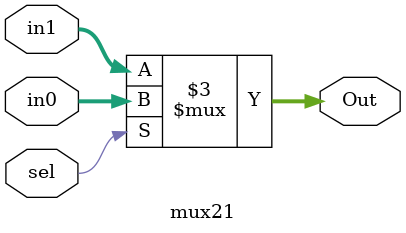
<source format=v>
module mux21 (in0,in1,sel,Out);
input [3:0] in0;
input [3:0] in1;
input sel;
output reg [3:0]Out;

always @(*)
	begin
		if (sel) begin
			Out = in0;
		end
		else begin
			Out = in1;
		end	
	end

endmodule
</source>
